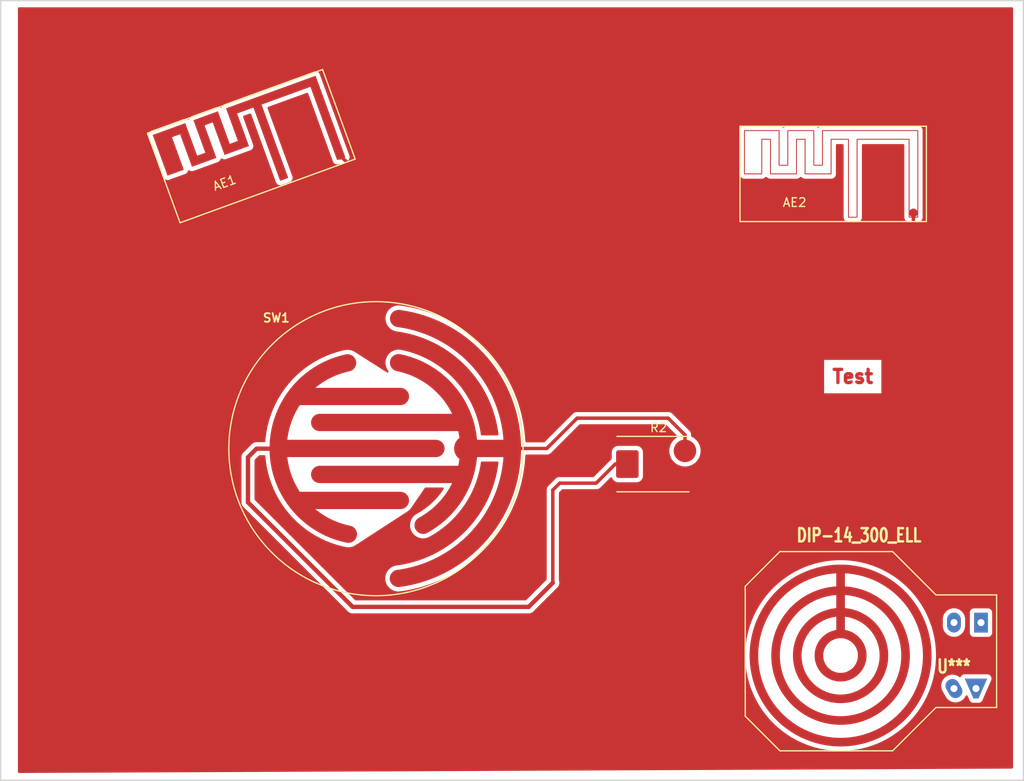
<source format=kicad_pcb>
(kicad_pcb (version 20231007) (generator pcbnew)
  (layers (0 "F.Cu" signal) (31 "B.Cu" signal) (34 "B.Paste" user) (35 "F.Paste" user) (36 "B.SilkS" user "B.Silkscreen") (37 "F.SilkS" user "F.Silkscreen") (38 "B.Mask" user) (39 "F.Mask" user) (44 "Edge.Cuts" user))
  (net 0 "")
  (net 1 "/PAD2")
  (net 2 "/PAD1")
  (net 3 "GND")
  (footprint "Diodes_SMD:DO-214AB" (layer "F.Cu") (at 136.9 101.5)
    (property "Reference" "R2" (at 0 -4.2 0) (layer "F.SilkS"))
    (property "Value" "R")
    (fp_line (start -4.8 -3.2) (end 3.5 -3.2) (stroke (width 0.15)) (layer "F.SilkS"))
    (fp_line (start 3.5 3.2) (end -4.8 3.2) (stroke (width 0.15)) (layer "F.SilkS"))
    (pad "1" smd roundrect (at -3.6 0) (size 2.6 3.2) (layers "F.Cu" "F.Paste" "F.Mask") (roundrect_rratio 0.1) (net 2 "/PAD1"))
    (pad "2" smd circle (at 3.048 -1.524) (size 2.6 2.6) (layers "F.Cu" "F.Paste" "F.Mask") (net 1 "/PAD2"))
  )
  (footprint "Connect:1pin" (layer "F.Cu") (at 166.3 72.5)
    (property "Reference" "AE2" (at -13.7 -1.2 0) (layer "F.SilkS"))
    (property "Value" "Antenna")
    (fp_line (start -20 -10) (end 1.5 -10) (stroke (width 0.15)) (layer "F.SilkS"))
    (fp_line (start -20 1) (end -20 -10) (stroke (width 0.15)) (layer "F.SilkS"))
    (fp_line (start 1.5 -10) (end 1.5 1) (stroke (width 0.15)) (layer "F.SilkS"))
    (fp_line (start 1.5 1) (end -20 1) (stroke (width 0.15)) (layer "F.SilkS"))
    (pad "1" smd custom (at 0 0) (size 1 1) (layers "F.Cu" "F.Paste" "F.Mask") (net 3 "GND") (options (clearance outline) (anchor circle)) (primitives (gr_line (start -0.4928 -8.5) (end -0.4928 0.5) (width 0.1)) (gr_line (start -6.4928 -8.5) (end -0.4928 -8.5) (width 0.1)) (gr_line (start -6.4928 0.5) (end -6.4928 -8.5) (width 0.1)) (gr_line (start -7.4928 0.5) (end -6.4928 0.5) (width 0.1)) (gr_line (start -7.4928 -8.5) (end -7.4928 0.5) (width 0.1)) (gr_line (start -9.4928 -8.5) (end -7.4928 -8.5) (width 0.1)) (gr_line (start -9.4928 -4.5) (end -9.4928 -8.5) (width 0.1)) (gr_line (start -12.4928 -4.5) (end -9.4928 -4.5) (width 0.1)) (gr_line (start -12.4928 -8.5) (end -12.4928 -4.5) (width 0.1)) (gr_line (start -13.4928 -8.5) (end -12.4928 -8.5) (width 0.1)) (gr_line (start -13.4928 -4.5) (end -13.4928 -8.5) (width 0.1)) (gr_line (start -16.4928 -4.5) (end -13.4928 -4.5) (width 0.1)) (gr_line (start -16.4928 -8.5) (end -16.4928 -4.5) (width 0.1)) (gr_line (start -17.4928 -8.5) (end -16.4928 -8.5) (width 0.1)) (gr_line (start -17.4928 -4.5) (end -17.4928 -8.5) (width 0.1)) (gr_line (start -19.4928 -4.5) (end -17.4928 -4.5) (width 0.1)) (gr_line (start -19.4928 -9.5) (end -19.4928 -4.5) (width 0.1)) (gr_line (start -15.4928 -9.5) (end -19.4928 -9.5) (width 0.1)) (gr_line (start -15.4928 -5.5) (end -15.4928 -9.5) (width 0.1)) (gr_line (start -14.4928 -5.5) (end -15.4928 -5.5) (width 0.1)) (gr_line (start -14.4928 -9.5) (end -14.4928 -5.5) (width 0.1)) (gr_line (start -11.4928 -9.5) (end -14.4928 -9.5) (width 0.1)) (gr_line (start -11.4928 -5.5) (end -11.4928 -9.5) (width 0.1)) (gr_line (start -10.4928 -5.5) (end -11.4928 -5.5) (width 0.1)) (gr_line (start -10.4928 -9.5) (end -10.4928 -5.5) (width 0.1)) (gr_line (start 0.5072 -9.5) (end -10.4928 -9.5) (width 0.1)) (gr_line (start 0.5072 0.5) (end 0.5072 -9.5) (width 0.1)) (gr_line (start -0.4928 0.5) (end 0.5072 0.5) (width 0.1))))
  )
  (footprint "Connect:1pin" (layer "F.Cu") (at 100.15 65.86 20)
    (property "Reference" "AE1" (at -13.619 -1.567 20) (layer "F.SilkS"))
    (property "Value" "Antenna")
    (fp_line (start -20 -10) (end 1.499999 -10) (stroke (width 0.15)) (layer "F.SilkS"))
    (fp_line (start -20 1) (end -20 -10) (stroke (width 0.15)) (layer "F.SilkS"))
    (fp_line (start 1.499999 -10) (end 1.5 1) (stroke (width 0.15)) (layer "F.SilkS"))
    (fp_line (start 1.5 1) (end -20 1) (stroke (width 0.15)) (layer "F.SilkS"))
    (pad "1" connect custom (at 0 0 20) (size 1 1) (layers "F.Cu" "F.Mask") (net 3 "GND") (options (clearance outline) (anchor circle)) (primitives (gr_poly (pts (xy -15.5 -5.6) (xy -14.5 -5.6) (xy -14.5 -9.6) (xy -11.5 -9.6) (xy -11.5 -5.6) (xy -10.5 -5.6) (xy -10.5 -9.6) (xy 0.5 -9.6) (xy 0.5 0.4) (xy -0.5 0.4) (xy -0.5 -8.6) (xy -6.5 -8.6) (xy -6.5 0.4) (xy -7.5 0.4) (xy -7.5 -8.6) (xy -9.5 -8.6) (xy -9.5 -4.6) (xy -12.5 -4.6) (xy -12.5 -8.6) (xy -13.5 -8.6) (xy -13.5 -4.6) (xy -16.5 -4.6) (xy -16.5 -8.6) (xy -17.5 -8.6) (xy -17.5 -4.6) (xy -19.5 -4.6) (xy -19.5 -9.6) (xy -15.5 -9.6)) (width 0) (fill yes))))
  )
  (footprint "Dip_sockets:DIP-14__300_ELL" (layer "F.Cu") (at 165.9 123.6 180)
    (property "Reference" "U***" (at -5.08 -1.27 180) (layer "F.SilkS") (effects (font (size 1.524 1.143) (thickness 0.3048))))
    (property "Value" "DIP-14_300_ELL" (at 5.88 13.872 180) (layer "F.SilkS") (effects (font (size 1.524 1.143) (thickness 0.3048))))
    (fp_line (start 19 8) (end 15 12) (stroke (width 0.15)) (layer "F.SilkS"))
    (fp_line (start 19 -7) (end 19 8) (stroke (width 0.15)) (layer "F.SilkS"))
    (fp_line (start 15 12) (end 2 12) (stroke (width 0.15)) (layer "F.SilkS"))
    (fp_line (start 15 -11) (end 19 -7) (stroke (width 0.15)) (layer "F.SilkS"))
    (fp_line (start 2 12) (end -3 7) (stroke (width 0.15)) (layer "F.SilkS"))
    (fp_line (start 2 -11) (end 15 -11) (stroke (width 0.15)) (layer "F.SilkS"))
    (fp_line (start -3 7) (end -10 7) (stroke (width 0.15)) (layer "F.SilkS"))
    (fp_line (start -3 -6) (end 2 -11) (stroke (width 0.15)) (layer "F.SilkS"))
    (fp_line (start -9 -6) (end -3 -6) (stroke (width 0.15)) (layer "F.SilkS"))
    (fp_line (start -10 7) (end -10 -6) (stroke (width 0.15)) (layer "F.SilkS"))
    (fp_line (start -10 -6) (end -9 -6) (stroke (width 0.15)) (layer "F.SilkS"))
    (pad "1" thru_hole rect (at -8.2 3.8 180) (size 1.5748 2.286) (drill 0.8128) (layers "*.Cu" "*.Mask"))
    (pad "2" thru_hole oval (at -5.08 3.81 180) (size 1.5748 2.286) (drill 0.8128) (layers "*.Cu" "*.Mask"))
    (pad "3" thru_hole trapezoid (at -7.62 -3.81 180) (size 1.5748 2.286) (rect_delta 0 1) (drill 0.8128) (layers "*.Cu" "*.Mask"))
    (pad "4" thru_hole oval (at -5.08 -3.81 210) (size 1.5748 2.286) (drill 0.8128) (layers "*.Cu" "*.Mask"))
    (pad "5" connect custom (at 8 10 180) (size 1 1) (layers "F.Cu" "F.Mask") (options (clearance convexhull) (anchor circle)) (primitives (gr_circle (center 0 -10) (end 2.5 -10) (width 1) (fill none)) (gr_circle (center 0 -10) (end 5 -10) (width 1) (fill none)) (gr_circle (center 0 -10) (end 7.5 -10) (width 1) (fill none)) (gr_circle (center 0 -10) (end 10 -10) (width 1) (fill none)) (gr_line (start 0 0) (end 0 -7.5) (width 1))))
  )
  (footprint "Discret:C2" (layer "F.Cu") (at 104.299 99.72)
    (property "Reference" "SW1" (at -11.5 -15.1 0) (layer "F.SilkS") (effects (font (thickness 0.2))))
    (property "Value" "R" hide)
    (fp_circle (center 0 0) (end 12.065 -11.938) (stroke (width 0.15)) (fill none) (layer "F.SilkS"))
    (pad "1" connect custom (at -11.081 -0.025 90) (size 1.397 1.397) (layers "F.Cu" "F.Mask") (net 2 "/PAD1") (options (clearance convexhull) (anchor rect)) (primitives (gr_line (start 6 1.9) (end 6 13.9) (width 2)) (gr_line (start -6 1.9) (end -6 13.9) (width 2)) (gr_line (start 0 -0.1) (end 0 18) (width 2)) (gr_arc (start -9.9 7.9) (mid -0.049149 -0.19988) (end 9.880067 7.803745) (width 2))))
    (pad "2" connect custom (at 10.509 -0.025 270) (size 3 3) (layers "F.Cu" "F.Mask") (net 1 "/PAD2") (options (clearance outline) (anchor circle)) (primitives (gr_line (start 3 0.5) (end 3 17) (width 2)) (gr_line (start -3 0.5) (end -3 17) (width 2)) (gr_arc (start -9.9 7.9) (mid -1.506614 -0.086997) (end 8.869415 5.068492) (width 2)) (gr_arc (start -15 7.9) (mid 0.011791 -5.232741) (end 15.003099 7.923378) (width 2)) (gr_line (start 0 0) (end 0 -5) (width 2))))
  )
  (gr_line (start 179 48) (end 179 138) (stroke (width 0.15)) (layer "Edge.Cuts"))
  (gr_line (start 179 138) (end 61 138) (stroke (width 0.15)) (layer "Edge.Cuts"))
  (gr_line (start 61 48) (end 179 48) (stroke (width 0.15)) (layer "Edge.Cuts"))
  (gr_line (start 61 138) (end 61 48) (stroke (width 0.15)) (layer "Edge.Cuts"))
  (gr_text "Test" (at 159.3 91.4 0) (layer "F.Cu") (effects (font (size 1.524 1.524) (thickness 0.381))))
  (segment (start 139.948 98.137523) (end 138.010477 96.2) (width 0.4) (layer "F.Cu") (net 1))
  (segment (start 114.808 99.695) (end 124.005 99.695) (width 0.4) (layer "F.Cu") (net 1))
  (segment (start 138.010477 96.2) (end 127.5 96.2) (width 0.4) (layer "F.Cu") (net 1))
  (segment (start 139.948 99.976) (end 139.948 98.137523) (width 0.4) (layer "F.Cu") (net 1))
  (segment (start 124.005 99.695) (end 127.5 96.2) (width 0.4) (layer "F.Cu") (net 1))
  (segment (start 101.6 117.983) (end 89.535 105.918) (width 0.5) (layer "F.Cu") (net 2))
  (segment (start 129.7 103.7) (end 125.5 103.7) (width 0.4) (layer "F.Cu") (net 2))
  (segment (start 125.5 103.7) (end 124.7 104.5) (width 0.4) (layer "F.Cu") (net 2))
  (segment (start 90.526 99.72) (end 93.799 99.72) (width 0.5) (layer "F.Cu") (net 2))
  (segment (start 121.917 117.983) (end 101.6 117.983) (width 0.5) (layer "F.Cu") (net 2))
  (segment (start 89.535 105.918) (end 89.535 100.711) (width 0.5) (layer "F.Cu") (net 2))
  (segment (start 131.9 101.5) (end 129.7 103.7) (width 0.4) (layer "F.Cu") (net 2))
  (segment (start 89.535 100.711) (end 90.526 99.72) (width 0.5) (layer "F.Cu") (net 2))
  (segment (start 133.3 101.5) (end 131.9 101.5) (width 0.4) (layer "F.Cu") (net 2))
  (segment (start 124.7 104.5) (end 124.7 115.2) (width 0.4) (layer "F.Cu") (net 2))
  (segment (start 124.7 115.2) (end 121.917 117.983) (width 0.5) (layer "F.Cu") (net 2))
  (segment (start 166.3 72.5) (end 166.3 75.5) (width 0.4) (layer "F.Cu") (net 3))
  (segment (start 100.15 65.86) (end 102.5 68.21) (width 0.4) (layer "F.Cu") (net 3))
  (segment (start 102.5 68.21) (end 102.5 69.2) (width 0.4) (layer "F.Cu") (net 3))
  (zone (net 3) (net_name "GND") (layer "F.Cu") (connect_pads (clearance 0.5)) (min_thickness 0.254) (fill yes (thermal_gap 0.508) (thermal_bridge_width 0.508))
    (polygon (pts (xy 62.992 48.768) (xy 177.8 48.768) (xy 177.8 136.652) (xy 62.992 137.16)))
  )
)
</source>
